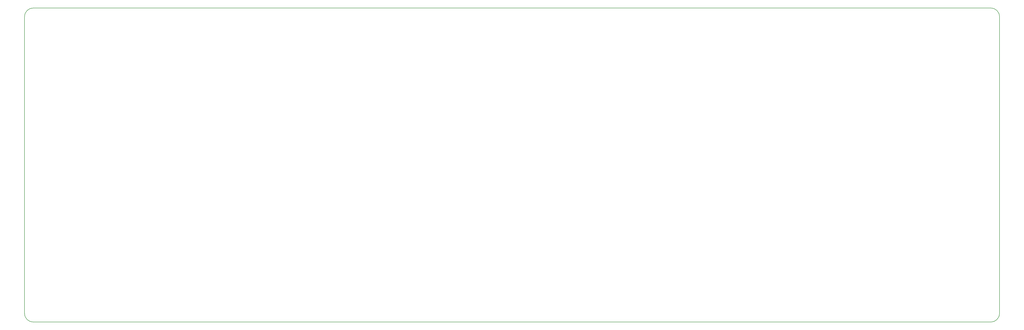
<source format=gm1>
G04 #@! TF.GenerationSoftware,KiCad,Pcbnew,(6.0.5)*
G04 #@! TF.CreationDate,2022-06-21T11:01:18-04:00*
G04 #@! TF.ProjectId,discipline-pcb,64697363-6970-46c6-996e-652d7063622e,rev?*
G04 #@! TF.SameCoordinates,Original*
G04 #@! TF.FileFunction,Profile,NP*
%FSLAX46Y46*%
G04 Gerber Fmt 4.6, Leading zero omitted, Abs format (unit mm)*
G04 Created by KiCad (PCBNEW (6.0.5)) date 2022-06-21 11:01:18*
%MOMM*%
%LPD*%
G01*
G04 APERTURE LIST*
G04 #@! TA.AperFunction,Profile*
%ADD10C,0.150000*%
G04 #@! TD*
G04 APERTURE END LIST*
D10*
X20880132Y-183784409D02*
G75*
G03*
X24190191Y-187088468I3307068J3009D01*
G01*
X398607000Y-187088459D02*
G75*
G03*
X401914059Y-183781410I0J3307059D01*
G01*
X401914100Y-67588059D02*
G75*
G03*
X398607000Y-64281000I-3307100J-41D01*
G01*
X398607000Y-187088469D02*
X24187191Y-187088469D01*
X24187191Y-64281000D02*
X398607000Y-64281000D01*
X24187191Y-64281002D02*
G75*
G03*
X20880132Y-67588059I-1J-3307058D01*
G01*
X24187191Y-64281002D02*
G75*
G03*
X20880132Y-67588059I-1J-3307058D01*
G01*
X401914059Y-67588059D02*
X401914059Y-183781410D01*
X20880000Y-183784409D02*
X20880000Y-67588059D01*
M02*

</source>
